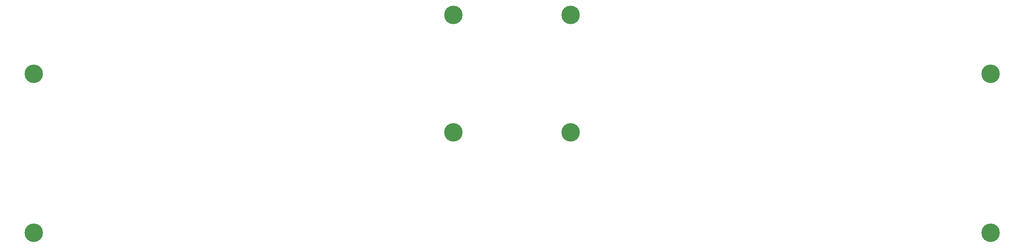
<source format=gbl>
G04 #@! TF.GenerationSoftware,KiCad,Pcbnew,(5.1.4)-1*
G04 #@! TF.CreationDate,2021-09-20T21:29:10-04:00*
G04 #@! TF.ProjectId,horizon-mx-bottom-plate,686f7269-7a6f-46e2-9d6d-782d626f7474,rev?*
G04 #@! TF.SameCoordinates,Original*
G04 #@! TF.FileFunction,Copper,L2,Bot*
G04 #@! TF.FilePolarity,Positive*
%FSLAX46Y46*%
G04 Gerber Fmt 4.6, Leading zero omitted, Abs format (unit mm)*
G04 Created by KiCad (PCBNEW (5.1.4)-1) date 2021-09-20 21:29:10*
%MOMM*%
%LPD*%
G04 APERTURE LIST*
%ADD10C,0.700000*%
%ADD11C,4.400000*%
G04 APERTURE END LIST*
D10*
X224166726Y-126833274D03*
X223000000Y-126350000D03*
X221833274Y-126833274D03*
X221350000Y-128000000D03*
X221833274Y-129166726D03*
X223000000Y-129650000D03*
X224166726Y-129166726D03*
X224650000Y-128000000D03*
D11*
X223000000Y-128000000D03*
D10*
X196166726Y-126833274D03*
X195000000Y-126350000D03*
X193833274Y-126833274D03*
X193350000Y-128000000D03*
X193833274Y-129166726D03*
X195000000Y-129650000D03*
X196166726Y-129166726D03*
X196650000Y-128000000D03*
D11*
X195000000Y-128000000D03*
D10*
X224166726Y-98833274D03*
X223000000Y-98350000D03*
X221833274Y-98833274D03*
X221350000Y-100000000D03*
X221833274Y-101166726D03*
X223000000Y-101650000D03*
X224166726Y-101166726D03*
X224650000Y-100000000D03*
D11*
X223000000Y-100000000D03*
D10*
X196166726Y-98833274D03*
X195000000Y-98350000D03*
X193833274Y-98833274D03*
X193350000Y-100000000D03*
X193833274Y-101166726D03*
X195000000Y-101650000D03*
X196166726Y-101166726D03*
X196650000Y-100000000D03*
D11*
X195000000Y-100000000D03*
D10*
X324166726Y-112833274D03*
X323000000Y-112350000D03*
X321833274Y-112833274D03*
X321350000Y-114000000D03*
X321833274Y-115166726D03*
X323000000Y-115650000D03*
X324166726Y-115166726D03*
X324650000Y-114000000D03*
D11*
X323000000Y-114000000D03*
D10*
X96166726Y-112833274D03*
X95000000Y-112350000D03*
X93833274Y-112833274D03*
X93350000Y-114000000D03*
X93833274Y-115166726D03*
X95000000Y-115650000D03*
X96166726Y-115166726D03*
X96650000Y-114000000D03*
D11*
X95000000Y-114000000D03*
D10*
X324166726Y-150833274D03*
X323000000Y-150350000D03*
X321833274Y-150833274D03*
X321350000Y-152000000D03*
X321833274Y-153166726D03*
X323000000Y-153650000D03*
X324166726Y-153166726D03*
X324650000Y-152000000D03*
D11*
X323000000Y-152000000D03*
D10*
X96166726Y-150833274D03*
X95000000Y-150350000D03*
X93833274Y-150833274D03*
X93350000Y-152000000D03*
X93833274Y-153166726D03*
X95000000Y-153650000D03*
X96166726Y-153166726D03*
X96650000Y-152000000D03*
D11*
X95000000Y-152000000D03*
M02*

</source>
